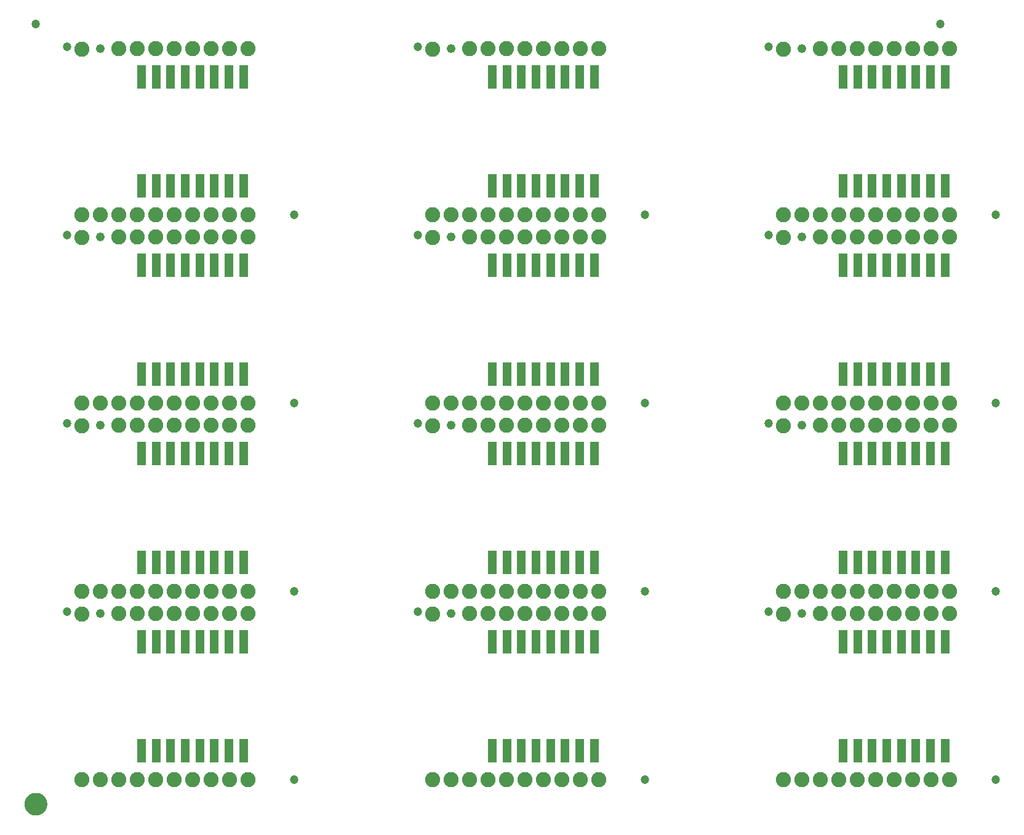
<source format=gbs>
G75*
%MOIN*%
%OFA0B0*%
%FSLAX25Y25*%
%IPPOS*%
%LPD*%
%AMOC8*
5,1,8,0,0,1.08239X$1,22.5*
%
%ADD10C,0.04800*%
%ADD11R,0.04737X0.12611*%
%ADD12C,0.08200*%
%ADD13C,0.04737*%
%ADD14C,0.05000*%
%ADD15C,0.06706*%
D10*
X0106750Y0123500D03*
X0106750Y0225500D03*
X0106750Y0327500D03*
X0106750Y0429500D03*
X0296750Y0429500D03*
X0296750Y0327500D03*
X0296750Y0225500D03*
X0296750Y0123500D03*
X0486750Y0123500D03*
X0486750Y0225500D03*
X0486750Y0327500D03*
X0486750Y0429500D03*
D11*
X0509191Y0414028D03*
X0517065Y0414028D03*
X0524939Y0414028D03*
X0532813Y0414028D03*
X0540687Y0414028D03*
X0548561Y0414028D03*
X0556435Y0414028D03*
X0564309Y0414028D03*
X0564309Y0354972D03*
X0556435Y0354972D03*
X0548561Y0354972D03*
X0540687Y0354972D03*
X0532813Y0354972D03*
X0524939Y0354972D03*
X0517065Y0354972D03*
X0509191Y0354972D03*
X0509191Y0312028D03*
X0517065Y0312028D03*
X0524939Y0312028D03*
X0532813Y0312028D03*
X0540687Y0312028D03*
X0548561Y0312028D03*
X0556435Y0312028D03*
X0564309Y0312028D03*
X0564309Y0252972D03*
X0556435Y0252972D03*
X0548561Y0252972D03*
X0540687Y0252972D03*
X0532813Y0252972D03*
X0524939Y0252972D03*
X0517065Y0252972D03*
X0509191Y0252972D03*
X0509191Y0210028D03*
X0517065Y0210028D03*
X0524939Y0210028D03*
X0532813Y0210028D03*
X0540687Y0210028D03*
X0548561Y0210028D03*
X0556435Y0210028D03*
X0564309Y0210028D03*
X0564309Y0150972D03*
X0556435Y0150972D03*
X0548561Y0150972D03*
X0540687Y0150972D03*
X0532813Y0150972D03*
X0524939Y0150972D03*
X0517065Y0150972D03*
X0509191Y0150972D03*
X0509191Y0108028D03*
X0517065Y0108028D03*
X0524939Y0108028D03*
X0532813Y0108028D03*
X0540687Y0108028D03*
X0548561Y0108028D03*
X0556435Y0108028D03*
X0564309Y0108028D03*
X0564309Y0048972D03*
X0556435Y0048972D03*
X0548561Y0048972D03*
X0540687Y0048972D03*
X0532813Y0048972D03*
X0524939Y0048972D03*
X0517065Y0048972D03*
X0509191Y0048972D03*
X0374309Y0048972D03*
X0366435Y0048972D03*
X0358561Y0048972D03*
X0350687Y0048972D03*
X0342813Y0048972D03*
X0334939Y0048972D03*
X0327065Y0048972D03*
X0319191Y0048972D03*
X0319191Y0108028D03*
X0327065Y0108028D03*
X0334939Y0108028D03*
X0342813Y0108028D03*
X0350687Y0108028D03*
X0358561Y0108028D03*
X0366435Y0108028D03*
X0374309Y0108028D03*
X0374309Y0150972D03*
X0366435Y0150972D03*
X0358561Y0150972D03*
X0350687Y0150972D03*
X0342813Y0150972D03*
X0334939Y0150972D03*
X0327065Y0150972D03*
X0319191Y0150972D03*
X0319191Y0210028D03*
X0327065Y0210028D03*
X0334939Y0210028D03*
X0342813Y0210028D03*
X0350687Y0210028D03*
X0358561Y0210028D03*
X0366435Y0210028D03*
X0374309Y0210028D03*
X0374309Y0252972D03*
X0366435Y0252972D03*
X0358561Y0252972D03*
X0350687Y0252972D03*
X0342813Y0252972D03*
X0334939Y0252972D03*
X0327065Y0252972D03*
X0319191Y0252972D03*
X0319191Y0312028D03*
X0327065Y0312028D03*
X0334939Y0312028D03*
X0342813Y0312028D03*
X0350687Y0312028D03*
X0358561Y0312028D03*
X0366435Y0312028D03*
X0374309Y0312028D03*
X0374309Y0354972D03*
X0366435Y0354972D03*
X0358561Y0354972D03*
X0350687Y0354972D03*
X0342813Y0354972D03*
X0334939Y0354972D03*
X0327065Y0354972D03*
X0319191Y0354972D03*
X0319191Y0414028D03*
X0327065Y0414028D03*
X0334939Y0414028D03*
X0342813Y0414028D03*
X0350687Y0414028D03*
X0358561Y0414028D03*
X0366435Y0414028D03*
X0374309Y0414028D03*
X0184309Y0414028D03*
X0176435Y0414028D03*
X0168561Y0414028D03*
X0160687Y0414028D03*
X0152813Y0414028D03*
X0144939Y0414028D03*
X0137065Y0414028D03*
X0129191Y0414028D03*
X0129191Y0354972D03*
X0137065Y0354972D03*
X0144939Y0354972D03*
X0152813Y0354972D03*
X0160687Y0354972D03*
X0168561Y0354972D03*
X0176435Y0354972D03*
X0184309Y0354972D03*
X0184309Y0312028D03*
X0176435Y0312028D03*
X0168561Y0312028D03*
X0160687Y0312028D03*
X0152813Y0312028D03*
X0144939Y0312028D03*
X0137065Y0312028D03*
X0129191Y0312028D03*
X0129191Y0252972D03*
X0137065Y0252972D03*
X0144939Y0252972D03*
X0152813Y0252972D03*
X0160687Y0252972D03*
X0168561Y0252972D03*
X0176435Y0252972D03*
X0184309Y0252972D03*
X0184309Y0210028D03*
X0176435Y0210028D03*
X0168561Y0210028D03*
X0160687Y0210028D03*
X0152813Y0210028D03*
X0144939Y0210028D03*
X0137065Y0210028D03*
X0129191Y0210028D03*
X0129191Y0150972D03*
X0137065Y0150972D03*
X0144939Y0150972D03*
X0152813Y0150972D03*
X0160687Y0150972D03*
X0168561Y0150972D03*
X0176435Y0150972D03*
X0184309Y0150972D03*
X0184309Y0108028D03*
X0176435Y0108028D03*
X0168561Y0108028D03*
X0160687Y0108028D03*
X0152813Y0108028D03*
X0144939Y0108028D03*
X0137065Y0108028D03*
X0129191Y0108028D03*
X0129191Y0048972D03*
X0137065Y0048972D03*
X0144939Y0048972D03*
X0152813Y0048972D03*
X0160687Y0048972D03*
X0168561Y0048972D03*
X0176435Y0048972D03*
X0184309Y0048972D03*
D12*
X0186750Y0033500D03*
X0176750Y0033500D03*
X0166750Y0033500D03*
X0156750Y0033500D03*
X0146750Y0033500D03*
X0136750Y0033500D03*
X0126750Y0033500D03*
X0116750Y0033500D03*
X0106750Y0033500D03*
X0096750Y0033500D03*
X0096750Y0123000D03*
X0096750Y0135500D03*
X0106750Y0135500D03*
X0116750Y0135500D03*
X0126750Y0135500D03*
X0136750Y0135500D03*
X0146750Y0135500D03*
X0156750Y0135500D03*
X0166750Y0135500D03*
X0176750Y0135500D03*
X0186750Y0135500D03*
X0186750Y0123500D03*
X0176750Y0123500D03*
X0166750Y0123500D03*
X0156750Y0123500D03*
X0146750Y0123500D03*
X0136750Y0123500D03*
X0126750Y0123500D03*
X0116750Y0123500D03*
X0116750Y0225500D03*
X0126750Y0225500D03*
X0136750Y0225500D03*
X0146750Y0225500D03*
X0156750Y0225500D03*
X0166750Y0225500D03*
X0176750Y0225500D03*
X0186750Y0225500D03*
X0186750Y0237500D03*
X0176750Y0237500D03*
X0166750Y0237500D03*
X0156750Y0237500D03*
X0146750Y0237500D03*
X0136750Y0237500D03*
X0126750Y0237500D03*
X0116750Y0237500D03*
X0106750Y0237500D03*
X0096750Y0237500D03*
X0096750Y0225000D03*
X0096750Y0327000D03*
X0096750Y0339500D03*
X0106750Y0339500D03*
X0116750Y0339500D03*
X0126750Y0339500D03*
X0136750Y0339500D03*
X0146750Y0339500D03*
X0156750Y0339500D03*
X0166750Y0339500D03*
X0176750Y0339500D03*
X0186750Y0339500D03*
X0186750Y0327500D03*
X0176750Y0327500D03*
X0166750Y0327500D03*
X0156750Y0327500D03*
X0146750Y0327500D03*
X0136750Y0327500D03*
X0126750Y0327500D03*
X0116750Y0327500D03*
X0116750Y0429500D03*
X0126750Y0429500D03*
X0136750Y0429500D03*
X0146750Y0429500D03*
X0156750Y0429500D03*
X0166750Y0429500D03*
X0176750Y0429500D03*
X0186750Y0429500D03*
X0096750Y0429000D03*
X0286750Y0429000D03*
X0306750Y0429500D03*
X0316750Y0429500D03*
X0326750Y0429500D03*
X0336750Y0429500D03*
X0346750Y0429500D03*
X0356750Y0429500D03*
X0366750Y0429500D03*
X0376750Y0429500D03*
X0476750Y0429000D03*
X0496750Y0429500D03*
X0506750Y0429500D03*
X0516750Y0429500D03*
X0526750Y0429500D03*
X0536750Y0429500D03*
X0546750Y0429500D03*
X0556750Y0429500D03*
X0566750Y0429500D03*
X0566750Y0339500D03*
X0556750Y0339500D03*
X0546750Y0339500D03*
X0536750Y0339500D03*
X0526750Y0339500D03*
X0516750Y0339500D03*
X0506750Y0339500D03*
X0496750Y0339500D03*
X0486750Y0339500D03*
X0476750Y0339500D03*
X0476750Y0327000D03*
X0496750Y0327500D03*
X0506750Y0327500D03*
X0516750Y0327500D03*
X0526750Y0327500D03*
X0536750Y0327500D03*
X0546750Y0327500D03*
X0556750Y0327500D03*
X0566750Y0327500D03*
X0566750Y0237500D03*
X0556750Y0237500D03*
X0546750Y0237500D03*
X0536750Y0237500D03*
X0526750Y0237500D03*
X0516750Y0237500D03*
X0506750Y0237500D03*
X0496750Y0237500D03*
X0486750Y0237500D03*
X0476750Y0237500D03*
X0476750Y0225000D03*
X0496750Y0225500D03*
X0506750Y0225500D03*
X0516750Y0225500D03*
X0526750Y0225500D03*
X0536750Y0225500D03*
X0546750Y0225500D03*
X0556750Y0225500D03*
X0566750Y0225500D03*
X0566750Y0135500D03*
X0556750Y0135500D03*
X0546750Y0135500D03*
X0536750Y0135500D03*
X0526750Y0135500D03*
X0516750Y0135500D03*
X0506750Y0135500D03*
X0496750Y0135500D03*
X0486750Y0135500D03*
X0476750Y0135500D03*
X0476750Y0123000D03*
X0496750Y0123500D03*
X0506750Y0123500D03*
X0516750Y0123500D03*
X0526750Y0123500D03*
X0536750Y0123500D03*
X0546750Y0123500D03*
X0556750Y0123500D03*
X0566750Y0123500D03*
X0566750Y0033500D03*
X0556750Y0033500D03*
X0546750Y0033500D03*
X0536750Y0033500D03*
X0526750Y0033500D03*
X0516750Y0033500D03*
X0506750Y0033500D03*
X0496750Y0033500D03*
X0486750Y0033500D03*
X0476750Y0033500D03*
X0376750Y0033500D03*
X0366750Y0033500D03*
X0356750Y0033500D03*
X0346750Y0033500D03*
X0336750Y0033500D03*
X0326750Y0033500D03*
X0316750Y0033500D03*
X0306750Y0033500D03*
X0296750Y0033500D03*
X0286750Y0033500D03*
X0286750Y0123000D03*
X0286750Y0135500D03*
X0296750Y0135500D03*
X0306750Y0135500D03*
X0316750Y0135500D03*
X0326750Y0135500D03*
X0336750Y0135500D03*
X0346750Y0135500D03*
X0356750Y0135500D03*
X0366750Y0135500D03*
X0376750Y0135500D03*
X0376750Y0123500D03*
X0366750Y0123500D03*
X0356750Y0123500D03*
X0346750Y0123500D03*
X0336750Y0123500D03*
X0326750Y0123500D03*
X0316750Y0123500D03*
X0306750Y0123500D03*
X0306750Y0225500D03*
X0316750Y0225500D03*
X0326750Y0225500D03*
X0336750Y0225500D03*
X0346750Y0225500D03*
X0356750Y0225500D03*
X0366750Y0225500D03*
X0376750Y0225500D03*
X0376750Y0237500D03*
X0366750Y0237500D03*
X0356750Y0237500D03*
X0346750Y0237500D03*
X0336750Y0237500D03*
X0326750Y0237500D03*
X0316750Y0237500D03*
X0306750Y0237500D03*
X0296750Y0237500D03*
X0286750Y0237500D03*
X0286750Y0225000D03*
X0286750Y0327000D03*
X0286750Y0339500D03*
X0296750Y0339500D03*
X0306750Y0339500D03*
X0316750Y0339500D03*
X0326750Y0339500D03*
X0336750Y0339500D03*
X0346750Y0339500D03*
X0356750Y0339500D03*
X0366750Y0339500D03*
X0376750Y0339500D03*
X0376750Y0327500D03*
X0366750Y0327500D03*
X0356750Y0327500D03*
X0346750Y0327500D03*
X0336750Y0327500D03*
X0326750Y0327500D03*
X0316750Y0327500D03*
X0306750Y0327500D03*
D13*
X0278750Y0328500D03*
X0211750Y0339500D03*
X0088750Y0328500D03*
X0211750Y0237500D03*
X0278750Y0226500D03*
X0401750Y0237500D03*
X0468750Y0226500D03*
X0591750Y0237500D03*
X0468750Y0328500D03*
X0401750Y0339500D03*
X0468750Y0430500D03*
X0561750Y0442750D03*
X0591750Y0339500D03*
X0591750Y0135500D03*
X0468750Y0124500D03*
X0401750Y0135500D03*
X0278750Y0124500D03*
X0211750Y0135500D03*
X0088750Y0124500D03*
X0211750Y0033500D03*
X0401750Y0033500D03*
X0591750Y0033500D03*
X0088750Y0226500D03*
X0088750Y0430500D03*
X0071750Y0442750D03*
X0278750Y0430500D03*
D14*
X0068185Y0020250D02*
X0068187Y0020369D01*
X0068193Y0020488D01*
X0068203Y0020607D01*
X0068217Y0020725D01*
X0068235Y0020843D01*
X0068256Y0020960D01*
X0068282Y0021076D01*
X0068312Y0021192D01*
X0068345Y0021306D01*
X0068382Y0021419D01*
X0068423Y0021531D01*
X0068468Y0021642D01*
X0068516Y0021751D01*
X0068568Y0021858D01*
X0068624Y0021963D01*
X0068683Y0022067D01*
X0068745Y0022168D01*
X0068811Y0022268D01*
X0068880Y0022365D01*
X0068952Y0022459D01*
X0069028Y0022552D01*
X0069106Y0022641D01*
X0069187Y0022728D01*
X0069272Y0022813D01*
X0069359Y0022894D01*
X0069448Y0022972D01*
X0069541Y0023048D01*
X0069635Y0023120D01*
X0069732Y0023189D01*
X0069832Y0023255D01*
X0069933Y0023317D01*
X0070037Y0023376D01*
X0070142Y0023432D01*
X0070249Y0023484D01*
X0070358Y0023532D01*
X0070469Y0023577D01*
X0070581Y0023618D01*
X0070694Y0023655D01*
X0070808Y0023688D01*
X0070924Y0023718D01*
X0071040Y0023744D01*
X0071157Y0023765D01*
X0071275Y0023783D01*
X0071393Y0023797D01*
X0071512Y0023807D01*
X0071631Y0023813D01*
X0071750Y0023815D01*
X0071869Y0023813D01*
X0071988Y0023807D01*
X0072107Y0023797D01*
X0072225Y0023783D01*
X0072343Y0023765D01*
X0072460Y0023744D01*
X0072576Y0023718D01*
X0072692Y0023688D01*
X0072806Y0023655D01*
X0072919Y0023618D01*
X0073031Y0023577D01*
X0073142Y0023532D01*
X0073251Y0023484D01*
X0073358Y0023432D01*
X0073463Y0023376D01*
X0073567Y0023317D01*
X0073668Y0023255D01*
X0073768Y0023189D01*
X0073865Y0023120D01*
X0073959Y0023048D01*
X0074052Y0022972D01*
X0074141Y0022894D01*
X0074228Y0022813D01*
X0074313Y0022728D01*
X0074394Y0022641D01*
X0074472Y0022552D01*
X0074548Y0022459D01*
X0074620Y0022365D01*
X0074689Y0022268D01*
X0074755Y0022168D01*
X0074817Y0022067D01*
X0074876Y0021963D01*
X0074932Y0021858D01*
X0074984Y0021751D01*
X0075032Y0021642D01*
X0075077Y0021531D01*
X0075118Y0021419D01*
X0075155Y0021306D01*
X0075188Y0021192D01*
X0075218Y0021076D01*
X0075244Y0020960D01*
X0075265Y0020843D01*
X0075283Y0020725D01*
X0075297Y0020607D01*
X0075307Y0020488D01*
X0075313Y0020369D01*
X0075315Y0020250D01*
X0075313Y0020131D01*
X0075307Y0020012D01*
X0075297Y0019893D01*
X0075283Y0019775D01*
X0075265Y0019657D01*
X0075244Y0019540D01*
X0075218Y0019424D01*
X0075188Y0019308D01*
X0075155Y0019194D01*
X0075118Y0019081D01*
X0075077Y0018969D01*
X0075032Y0018858D01*
X0074984Y0018749D01*
X0074932Y0018642D01*
X0074876Y0018537D01*
X0074817Y0018433D01*
X0074755Y0018332D01*
X0074689Y0018232D01*
X0074620Y0018135D01*
X0074548Y0018041D01*
X0074472Y0017948D01*
X0074394Y0017859D01*
X0074313Y0017772D01*
X0074228Y0017687D01*
X0074141Y0017606D01*
X0074052Y0017528D01*
X0073959Y0017452D01*
X0073865Y0017380D01*
X0073768Y0017311D01*
X0073668Y0017245D01*
X0073567Y0017183D01*
X0073463Y0017124D01*
X0073358Y0017068D01*
X0073251Y0017016D01*
X0073142Y0016968D01*
X0073031Y0016923D01*
X0072919Y0016882D01*
X0072806Y0016845D01*
X0072692Y0016812D01*
X0072576Y0016782D01*
X0072460Y0016756D01*
X0072343Y0016735D01*
X0072225Y0016717D01*
X0072107Y0016703D01*
X0071988Y0016693D01*
X0071869Y0016687D01*
X0071750Y0016685D01*
X0071631Y0016687D01*
X0071512Y0016693D01*
X0071393Y0016703D01*
X0071275Y0016717D01*
X0071157Y0016735D01*
X0071040Y0016756D01*
X0070924Y0016782D01*
X0070808Y0016812D01*
X0070694Y0016845D01*
X0070581Y0016882D01*
X0070469Y0016923D01*
X0070358Y0016968D01*
X0070249Y0017016D01*
X0070142Y0017068D01*
X0070037Y0017124D01*
X0069933Y0017183D01*
X0069832Y0017245D01*
X0069732Y0017311D01*
X0069635Y0017380D01*
X0069541Y0017452D01*
X0069448Y0017528D01*
X0069359Y0017606D01*
X0069272Y0017687D01*
X0069187Y0017772D01*
X0069106Y0017859D01*
X0069028Y0017948D01*
X0068952Y0018041D01*
X0068880Y0018135D01*
X0068811Y0018232D01*
X0068745Y0018332D01*
X0068683Y0018433D01*
X0068624Y0018537D01*
X0068568Y0018642D01*
X0068516Y0018749D01*
X0068468Y0018858D01*
X0068423Y0018969D01*
X0068382Y0019081D01*
X0068345Y0019194D01*
X0068312Y0019308D01*
X0068282Y0019424D01*
X0068256Y0019540D01*
X0068235Y0019657D01*
X0068217Y0019775D01*
X0068203Y0019893D01*
X0068193Y0020012D01*
X0068187Y0020131D01*
X0068185Y0020250D01*
D15*
X0071750Y0020250D03*
M02*

</source>
